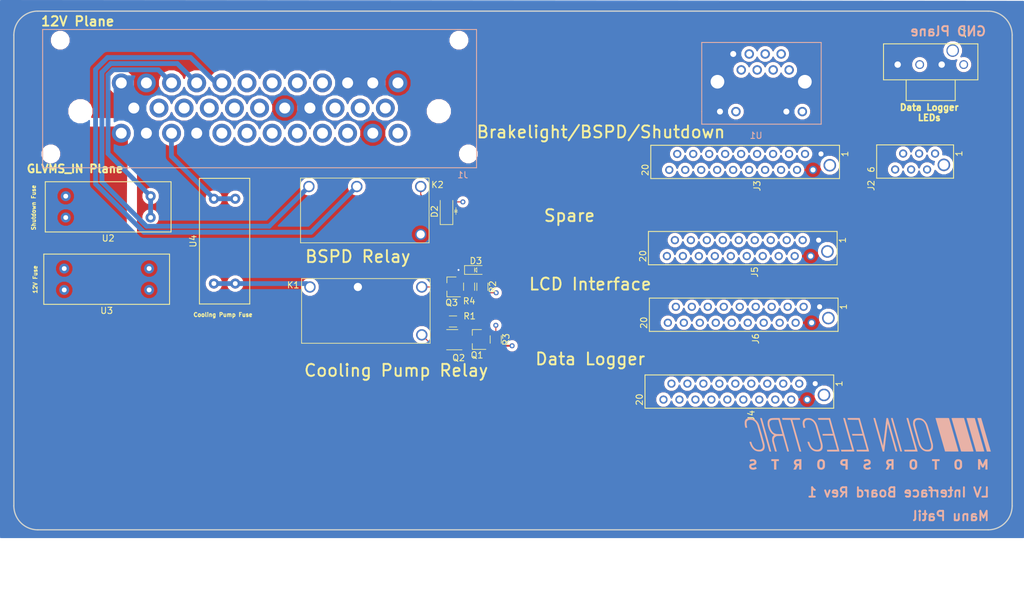
<source format=kicad_pcb>
(kicad_pcb (version 20171130) (host pcbnew 5.0.0-fee4fd1~66~ubuntu18.04.1)
  (layers (0 F.Cu signal) (1 In1.Cu signal) (2 In2.Cu signal) (31 B.Cu signal) (34 B.Paste user) (35 F.Paste user) (36 B.SilkS user) (37 F.SilkS user) (38 B.Mask user) (39 F.Mask user) (44 Edge.Cuts user))
  (net 0 "")
  (net 1 /12V)
  (net 2 "/BSPD Relay")
  (net 3 "Net-(D3-Pad2)")
  (net 4 GND)
  (net 5 "/Brake Pressure Sense")
  (net 6 "/BSPD Current Sense")
  (net 7 "/Cooling Pressure Sense")
  (net 8 /5V)
  (net 9 "/Brake Pressure -")
  (net 10 "/CAN low")
  (net 11 "/CAN high")
  (net 12 "/BSPD Switch +")
  (net 13 "/Cooling Pump")
  (net 14 "/TSMS -> Final Shutdown")
  (net 15 "/Estop -> BSPD")
  (net 16 "/BSPD -> IS")
  (net 17 "/Fuse -> Estop")
  (net 18 /GLVMS_IN)
  (net 19 "/Brake Pressure +")
  (net 20 "/Brakelight LSD")
  (net 21 "/Brake Switch -")
  (net 22 "/Brake Switch +")
  (net 23 /MISO)
  (net 24 /MOSI)
  (net 25 /SCK)
  (net 26 /RESET)
  (net 27 "/Cooling Pump LSD")
  (net 28 "/RJ45 LED1")
  (net 29 "/RJ45 LED2")
  (net 30 "Net-(J4-Pad20)")
  (net 31 "Net-(J4-Pad19)")
  (net 32 "Net-(J4-Pad18)")
  (net 33 "Net-(J4-Pad17)")
  (net 34 "Net-(J4-Pad16)")
  (net 35 "Net-(J4-Pad15)")
  (net 36 "Net-(J4-Pad14)")
  (net 37 "Net-(J4-Pad13)")
  (net 38 "Net-(J4-Pad12)")
  (net 39 "Net-(J4-Pad11)")
  (net 40 "Net-(J4-Pad10)")
  (net 41 "Net-(J4-Pad9)")
  (net 42 "Net-(J4-Pad8)")
  (net 43 "/LED 2")
  (net 44 "Net-(J4-Pad7)")
  (net 45 "/LED 1")
  (net 46 "Net-(J5-Pad5)")
  (net 47 "Net-(J5-Pad7)")
  (net 48 "Net-(J5-Pad6)")
  (net 49 "Net-(J5-Pad8)")
  (net 50 "Net-(J5-Pad9)")
  (net 51 "Net-(J5-Pad10)")
  (net 52 "Net-(J5-Pad11)")
  (net 53 "Net-(J5-Pad12)")
  (net 54 "Net-(J5-Pad13)")
  (net 55 "Net-(J5-Pad14)")
  (net 56 "Net-(J5-Pad15)")
  (net 57 "Net-(J5-Pad16)")
  (net 58 "Net-(J5-Pad17)")
  (net 59 "Net-(J5-Pad18)")
  (net 60 "Net-(J5-Pad19)")
  (net 61 "Net-(J5-Pad20)")
  (net 62 "Net-(J6-Pad20)")
  (net 63 "Net-(J6-Pad19)")
  (net 64 "Net-(J6-Pad18)")
  (net 65 "Net-(J6-Pad17)")
  (net 66 "Net-(J6-Pad16)")
  (net 67 "Net-(J6-Pad15)")
  (net 68 "Net-(J6-Pad14)")
  (net 69 "Net-(J6-Pad13)")
  (net 70 "Net-(J6-Pad12)")
  (net 71 "Net-(J6-Pad11)")
  (net 72 "Net-(J6-Pad10)")
  (net 73 "Net-(J6-Pad9)")
  (net 74 "Net-(J6-Pad8)")
  (net 75 "Net-(J6-Pad6)")
  (net 76 "Net-(J6-Pad7)")
  (net 77 "Net-(J6-Pad5)")
  (net 78 "Net-(K1-Pad5)")
  (net 79 "/Cooling Pump Relay")
  (net 80 "Net-(K1-Pad1)")
  (net 81 "Net-(Q1-Pad3)")
  (module footprints:micromatch_female_vert_20 (layer F.Cu) (at 143.05996 39.59438 270)
    (fp_text reference J3 (at 5.08 5.08 270) (layer F.SilkS))
    (fp_text value MM_F_VT_20 hide)
    (fp_text user 20 (at 2.54 22.86 270) (layer F.SilkS))
    (fp_text user 1 (at 0 -8.89 270) (layer F.SilkS))
    (pad 5 thru_hole circle (at 0 0 270) (size 1.3 1.3) (drill 0.8) (layers *.Cu *.Mask) (net 21 "/Brake Switch -"))
    (pad 3 thru_hole circle (at 0 -2.54 270) (size 1.3 1.3) (drill 0.8) (layers *.Cu *.Mask) (net 2 "/BSPD Relay"))
    (pad 1 thru_hole circle (at 0 -5.08 270) (size 1.3 1.3) (drill 0.8) (layers *.Cu *.Mask) (net 4 GND))
    (pad 7 thru_hole circle (at 0 2.54 270) (size 1.3 1.3) (drill 0.8) (layers *.Cu *.Mask) (net 10 "/CAN low"))
    (pad 2 thru_hole circle (at 2.54 -3.81 270) (size 1.3 1.3) (drill 0.8) (layers *.Cu *.Mask) (net 1 /12V))
    (pad 4 thru_hole circle (at 2.54 -1.27 270) (size 1.3 1.3) (drill 0.8) (layers *.Cu *.Mask) (net 22 "/Brake Switch +"))
    (pad 6 thru_hole circle (at 2.54 1.27 270) (size 1.3 1.3) (drill 0.8) (layers *.Cu *.Mask) (net 11 "/CAN high"))
    (pad 8 thru_hole circle (at 2.54 3.81 270) (size 1.3 1.3) (drill 0.8) (layers *.Cu *.Mask) (net 8 /5V))
    (pad 9 thru_hole circle (at 0 5.08 270) (size 1.3 1.3) (drill 0.8) (layers *.Cu *.Mask) (net 23 /MISO))
    (pad 10 thru_hole circle (at 2.54 6.35 270) (size 1.3 1.3) (drill 0.8) (layers *.Cu *.Mask) (net 24 /MOSI))
    (pad 11 thru_hole circle (at 0 7.62 270) (size 1.3 1.3) (drill 0.8) (layers *.Cu *.Mask) (net 25 /SCK))
    (pad 12 thru_hole circle (at 2.54 8.89 270) (size 1.3 1.3) (drill 0.8) (layers *.Cu *.Mask) (net 26 /RESET))
    (pad 13 thru_hole circle (at 0 10.16 270) (size 1.3 1.3) (drill 0.8) (layers *.Cu *.Mask) (net 27 "/Cooling Pump LSD"))
    (pad 14 thru_hole circle (at 2.54 11.43 270) (size 1.3 1.3) (drill 0.8) (layers *.Cu *.Mask) (net 20 "/Brakelight LSD"))
    (pad 15 thru_hole circle (at 0 12.7 270) (size 1.3 1.3) (drill 0.8) (layers *.Cu *.Mask) (net 19 "/Brake Pressure +"))
    (pad 16 thru_hole circle (at 2.54 13.97 270) (size 1.3 1.3) (drill 0.8) (layers *.Cu *.Mask) (net 5 "/Brake Pressure Sense"))
    (pad 17 thru_hole circle (at 0 15.24 270) (size 1.3 1.3) (drill 0.8) (layers *.Cu *.Mask) (net 9 "/Brake Pressure -"))
    (pad 18 thru_hole circle (at 2.54 16.51 270) (size 1.3 1.3) (drill 0.8) (layers *.Cu *.Mask) (net 12 "/BSPD Switch +"))
    (pad 19 thru_hole circle (at 0 17.78 270) (size 1.3 1.3) (drill 0.8) (layers *.Cu *.Mask) (net 28 "/RJ45 LED1"))
    (pad 20 thru_hole circle (at 2.54 19.05 270) (size 1.3 1.3) (drill 0.8) (layers *.Cu *.Mask) (net 29 "/RJ45 LED2"))
    (pad 21 thru_hole circle (at 1.8 -6.48 270) (size 2 2) (drill 1.5) (layers *.Cu *.Mask))
  )
  (module footprints:Ampseal_35 (layer B.Cu) (at 87.3633 32.7914 180)
    (fp_text reference J1 (at -3.81 -10.16 180) (layer B.SilkS) (effects (justify mirror)))
    (fp_text value Ampseal_35_VT)
    (pad 12 thru_hole circle (at 50.5 4.5 180) (size 3 3) (drill 1.75) (layers *.Cu *.Mask) (net 4 GND))
    (pad 23 thru_hole circle (at 48.5 0.5 180) (size 3 3) (drill 1.75) (layers *.Cu *.Mask) (net 4 GND))
    (pad 35 thru_hole circle (at 50.5 -3.5 180) (size 3 3) (drill 1.75) (layers *.Cu *.Mask) (net 18 /GLVMS_IN))
    (pad 11 thru_hole circle (at 46.5 4.5 180) (size 3 3) (drill 1.75) (layers *.Cu *.Mask) (net 1 /12V))
    (pad 22 thru_hole circle (at 44.5 0.5 180) (size 3 3) (drill 1.75) (layers *.Cu *.Mask) (net 10 "/CAN low"))
    (pad 34 thru_hole circle (at 46.5 -3.5 180) (size 3 3) (drill 1.75) (layers *.Cu *.Mask) (net 4 GND))
    (pad 10 thru_hole circle (at 42.5 4.5 180) (size 3 3) (drill 1.75) (layers *.Cu *.Mask) (net 17 "/Fuse -> Estop"))
    (pad 21 thru_hole circle (at 40.5 0.5 180) (size 3 3) (drill 1.75) (layers *.Cu *.Mask) (net 11 "/CAN high"))
    (pad 33 thru_hole circle (at 42.5 -3.5 180) (size 3 3) (drill 1.75) (layers *.Cu *.Mask) (net 13 "/Cooling Pump"))
    (pad 9 thru_hole circle (at 38.5 4.5 180) (size 3 3) (drill 1.75) (layers *.Cu *.Mask) (net 15 "/Estop -> BSPD"))
    (pad 32 thru_hole circle (at 38.5 -3.5 180) (size 3 3) (drill 1.75) (layers *.Cu *.Mask) (net 4 GND))
    (pad 20 thru_hole circle (at 36.5 0.5 180) (size 3 3) (drill 1.75) (layers *.Cu *.Mask) (net 12 "/BSPD Switch +"))
    (pad 8 thru_hole circle (at 34.5 4.5 180) (size 3 3) (drill 1.75) (layers *.Cu *.Mask) (net 16 "/BSPD -> IS"))
    (pad "" np_thru_hole circle (at 0 0 180) (size 2.85 2.85) (drill 2.85) (layers *.Cu *.Mask))
    (pad 1 thru_hole circle (at 6.5 4.5 180) (size 3 3) (drill 1.75) (layers *.Cu *.Mask) (net 1 /12V))
    (pad 13 thru_hole circle (at 8.5 0.5 180) (size 3 3) (drill 1.75) (layers *.Cu *.Mask) (net 22 "/Brake Switch +"))
    (pad 24 thru_hole circle (at 6.5 -3.5 180) (size 3 3) (drill 1.75) (layers *.Cu *.Mask) (net 21 "/Brake Switch -"))
    (pad 2 thru_hole circle (at 10.5 4.5 180) (size 3 3) (drill 1.75) (layers *.Cu *.Mask) (net 4 GND))
    (pad 3 thru_hole circle (at 14.5 4.5 180) (size 3 3) (drill 1.75) (layers *.Cu *.Mask) (net 4 GND))
    (pad 5 thru_hole circle (at 22.5 4.5 180) (size 3 3) (drill 1.75) (layers *.Cu *.Mask) (net 10 "/CAN low"))
    (pad 4 thru_hole circle (at 18.5 4.5 180) (size 3 3) (drill 1.75) (layers *.Cu *.Mask) (net 11 "/CAN high"))
    (pad 6 thru_hole circle (at 26.5 4.5 180) (size 3 3) (drill 1.75) (layers *.Cu *.Mask) (net 14 "/TSMS -> Final Shutdown"))
    (pad 7 thru_hole circle (at 30.5 4.5 180) (size 3 3) (drill 1.75) (layers *.Cu *.Mask) (net 14 "/TSMS -> Final Shutdown"))
    (pad 19 thru_hole circle (at 32.5 0.5 180) (size 3 3) (drill 1.75) (layers *.Cu *.Mask) (net 8 /5V))
    (pad 18 thru_hole circle (at 28.5 0.5 180) (size 3 3) (drill 1.75) (layers *.Cu *.Mask) (net 6 "/BSPD Current Sense"))
    (pad 16 thru_hole circle (at 20.5 0.5 180) (size 3 3) (drill 1.75) (layers *.Cu *.Mask) (net 4 GND))
    (pad 17 thru_hole circle (at 24.5 0.5 180) (size 3 3) (drill 1.75) (layers *.Cu *.Mask) (net 1 /12V))
    (pad 15 thru_hole circle (at 16.5 0.5 180) (size 3 3) (drill 1.75) (layers *.Cu *.Mask) (net 10 "/CAN low"))
    (pad 14 thru_hole circle (at 12.5 0.5 180) (size 3 3) (drill 1.75) (layers *.Cu *.Mask) (net 11 "/CAN high"))
    (pad 30 thru_hole circle (at 30.5 -3.5 180) (size 3 3) (drill 1.75) (layers *.Cu *.Mask) (net 8 /5V))
    (pad 29 thru_hole circle (at 26.5 -3.5 180) (size 3 3) (drill 1.75) (layers *.Cu *.Mask) (net 9 "/Brake Pressure -"))
    (pad 28 thru_hole circle (at 22.5 -3.5 180) (size 3 3) (drill 1.75) (layers *.Cu *.Mask) (net 5 "/Brake Pressure Sense"))
    (pad 27 thru_hole circle (at 18.5 -3.5 180) (size 3 3) (drill 1.75) (layers *.Cu *.Mask) (net 19 "/Brake Pressure +"))
    (pad 26 thru_hole circle (at 14.5 -3.5 180) (size 3 3) (drill 1.75) (layers *.Cu *.Mask) (net 20 "/Brakelight LSD"))
    (pad 25 thru_hole circle (at 10.5 -3.5 180) (size 3 3) (drill 1.75) (layers *.Cu *.Mask) (net 1 /12V))
    (pad 31 thru_hole circle (at 34.5 -3.5 180) (size 3 3) (drill 1.75) (layers *.Cu *.Mask) (net 7 "/Cooling Pressure Sense"))
    (pad "" np_thru_hole circle (at -3.2 11.3 180) (size 2 2) (drill 2) (layers *.Cu *.Mask))
    (pad "" np_thru_hole circle (at 60.2 11.3 180) (size 2 2) (drill 2) (layers *.Cu *.Mask))
    (pad "" np_thru_hole circle (at -4.7 -6.8 180) (size 2 2) (drill 2) (layers *.Cu *.Mask))
    (pad "" np_thru_hole circle (at 61.7 -6.8 180) (size 2 2) (drill 2) (layers *.Cu *.Mask))
    (pad "" np_thru_hole circle (at 57 0 180) (size 2.85 2.85) (drill 2.85) (layers *.Cu *.Mask))
  )
  (module footprints:RJ45-Vertical (layer B.Cu) (at 145.1737 32.8549 180)
    (fp_text reference U1 (at 7.366 -3.81 180) (layer B.SilkS) (effects (justify mirror)))
    (fp_text value RJ45_VT)
    (pad 14 thru_hole circle (at 13.5 4.75 180) (size 2.75 2.75) (drill 2.18) (layers *.Cu *.Mask) (net 4 GND))
    (pad 13 thru_hole circle (at -0.4 4.75 180) (size 2.75 2.75) (drill 2.18) (layers *.Cu *.Mask) (net 4 GND))
    (pad 8 thru_hole circle (at 10.99 9.17 180) (size 1.5 1.5) (drill 0.95) (layers *.Cu *.Mask) (net 4 GND))
    (pad 6 thru_hole circle (at 8.45 9.17 180) (size 1.5 1.5) (drill 0.95) (layers *.Cu *.Mask B.Paste) (net 24 /MOSI))
    (pad 4 thru_hole circle (at 5.91 9.17 180) (size 1.5 1.5) (drill 0.95) (layers *.Cu *.Mask) (net 25 /SCK))
    (pad 2 thru_hole circle (at 3.37 9.17 180) (size 1.5 1.5) (drill 0.95) (layers *.Cu *.Mask) (net 11 "/CAN high"))
    (pad 7 thru_hole circle (at 9.72 6.63 180) (size 1.5 1.5) (drill 0.95) (layers *.Cu *.Mask) (net 8 /5V))
    (pad 5 thru_hole circle (at 7.18 6.63 180) (size 1.5 1.5) (drill 0.95) (layers *.Cu *.Mask) (net 23 /MISO))
    (pad 3 thru_hole circle (at 4.64 6.63 180) (size 1.5 1.5) (drill 0.95) (layers *.Cu *.Mask) (net 26 /RESET))
    (pad 1 thru_hole circle (at 2.1 6.63 180) (size 1.5 1.5) (drill 0.95) (layers *.Cu *.Mask) (net 10 "/CAN low"))
    (pad 10 thru_hole circle (at 10.56 0 180) (size 1.5 1.5) (drill 0.95) (layers *.Cu *.Mask) (net 28 "/RJ45 LED1"))
    (pad 9 thru_hole circle (at 13.1 0 180) (size 1.5 1.5) (drill 0.95) (layers *.Cu *.Mask) (net 4 GND))
    (pad 11 thru_hole circle (at 2.54 0 180) (size 1.5 1.5) (drill 0.95) (layers *.Cu *.Mask) (net 4 GND))
    (pad 12 thru_hole circle (at 0 0 180) (size 1.5 1.5) (drill 0.95) (layers *.Cu *.Mask) (net 29 "/RJ45 LED2"))
  )
  (module footprints:micromatch_female_vert_6 (layer F.Cu) (at 161.2011 39.5351 270)
    (fp_text reference J2 (at 5.08 5.08 270) (layer F.SilkS))
    (fp_text value MM_F_VT_06 hide)
    (fp_text user 6 (at 2.54 5.08 270) (layer F.SilkS))
    (fp_text user 1 (at 0 -8.89 270) (layer F.SilkS))
    (pad 5 thru_hole circle (at 0 0 270) (size 1.3 1.3) (drill 0.8) (layers *.Cu *.Mask) (net 6 "/BSPD Current Sense"))
    (pad 3 thru_hole circle (at 0 -2.54 270) (size 1.3 1.3) (drill 0.8) (layers *.Cu *.Mask) (net 16 "/BSPD -> IS"))
    (pad 1 thru_hole circle (at 0 -5.08 270) (size 1.3 1.3) (drill 0.8) (layers *.Cu *.Mask) (net 17 "/Fuse -> Estop"))
    (pad 2 thru_hole circle (at 2.54 -3.81 270) (size 1.3 1.3) (drill 0.8) (layers *.Cu *.Mask) (net 15 "/Estop -> BSPD"))
    (pad 4 thru_hole circle (at 2.54 -1.27 270) (size 1.3 1.3) (drill 0.8) (layers *.Cu *.Mask) (net 14 "/TSMS -> Final Shutdown"))
    (pad 6 thru_hole circle (at 2.54 1.27 270) (size 1.3 1.3) (drill 0.8) (layers *.Cu *.Mask) (net 7 "/Cooling Pressure Sense"))
    (pad 7 thru_hole circle (at 1.8 -6.48 270) (size 2 2) (drill 1.5) (layers *.Cu *.Mask))
  )
  (module footprints:Fuse_Block_Holder (layer F.Cu) (at 53.29428 53.47462 270)
    (fp_text reference U4 (at 0 5 270) (layer F.SilkS))
    (fp_text value Fuse_Holder_Blade)
    (pad 1 thru_hole circle (at -6.75 1.7 270) (size 1.6 1.6) (drill 0.762) (layers *.Cu *.Mask) (net 13 "/Cooling Pump"))
    (pad 1 thru_hole circle (at -6.75 -1.7) (size 1.6 1.6) (drill 0.762) (layers *.Cu *.Mask) (net 13 "/Cooling Pump"))
    (pad 2 thru_hole circle (at 6.75 -1.7 270) (size 1.6 1.6) (drill 0.762) (layers *.Cu *.Mask) (net 79 "/Cooling Pump Relay"))
    (pad 2 thru_hole circle (at 6.75 1.7 270) (size 1.6 1.6) (drill 0.762) (layers *.Cu *.Mask) (net 79 "/Cooling Pump Relay"))
  )
  (module footprints:D_SOD-123W_OEM (layer F.Cu) (at 88.58758 48.63592 90)
    (fp_text reference D2 (at -0.127 -1.905 90) (layer F.SilkS))
    (fp_text value SS110LW hide)
    (pad 1 smd rect (at -1.4 0 90) (size 1.2 1.2) (layers F.Cu F.Paste F.Mask) (net 1 /12V))
    (pad 2 smd rect (at 1.4 0 90) (size 1.2 1.2) (layers F.Cu F.Paste F.Mask) (net 2 "/BSPD Relay"))
  )
  (module footprints:LED_0805_OEM (layer F.Cu) (at 93.2561 58.06186)
    (fp_text reference D3 (at 0 -1.45) (layer F.SilkS))
    (fp_text value LED_0805 hide)
    (pad 1 smd rect (at -1.1 0 180) (size 1.2 1.2) (layers F.Cu F.Paste F.Mask) (net 4 GND))
    (pad 2 smd rect (at 1.1 0 180) (size 1.2 1.2) (layers F.Cu F.Paste F.Mask) (net 3 "Net-(D3-Pad2)"))
  )
  (module footprints:micromatch_female_vert_20 (layer F.Cu) (at 142.1384 76.1492 270)
    (fp_text reference J4 (at 5.08 5.08 270) (layer F.SilkS))
    (fp_text value MM_F_VT_20 hide)
    (fp_text user 1 (at 0 -8.89 270) (layer F.SilkS))
    (fp_text user 20 (at 2.54 22.86 270) (layer F.SilkS))
    (pad 21 thru_hole circle (at 1.8 -6.48 270) (size 2 2) (drill 1.5) (layers *.Cu *.Mask))
    (pad 20 thru_hole circle (at 2.54 19.05 270) (size 1.3 1.3) (drill 0.8) (layers *.Cu *.Mask) (net 30 "Net-(J4-Pad20)"))
    (pad 19 thru_hole circle (at 0 17.78 270) (size 1.3 1.3) (drill 0.8) (layers *.Cu *.Mask) (net 31 "Net-(J4-Pad19)"))
    (pad 18 thru_hole circle (at 2.54 16.51 270) (size 1.3 1.3) (drill 0.8) (layers *.Cu *.Mask) (net 32 "Net-(J4-Pad18)"))
    (pad 17 thru_hole circle (at 0 15.24 270) (size 1.3 1.3) (drill 0.8) (layers *.Cu *.Mask) (net 33 "Net-(J4-Pad17)"))
    (pad 16 thru_hole circle (at 2.54 13.97 270) (size 1.3 1.3) (drill 0.8) (layers *.Cu *.Mask) (net 34 "Net-(J4-Pad16)"))
    (pad 15 thru_hole circle (at 0 12.7 270) (size 1.3 1.3) (drill 0.8) (layers *.Cu *.Mask) (net 35 "Net-(J4-Pad15)"))
    (pad 14 thru_hole circle (at 2.54 11.43 270) (size 1.3 1.3) (drill 0.8) (layers *.Cu *.Mask) (net 36 "Net-(J4-Pad14)"))
    (pad 13 thru_hole circle (at 0 10.16 270) (size 1.3 1.3) (drill 0.8) (layers *.Cu *.Mask) (net 37 "Net-(J4-Pad13)"))
    (pad 12 thru_hole circle (at 2.54 8.89 270) (size 1.3 1.3) (drill 0.8) (layers *.Cu *.Mask) (net 38 "Net-(J4-Pad12)"))
    (pad 11 thru_hole circle (at 0 7.62 270) (size 1.3 1.3) (drill 0.8) (layers *.Cu *.Mask) (net 39 "Net-(J4-Pad11)"))
    (pad 10 thru_hole circle (at 2.54 6.35 270) (size 1.3 1.3) (drill 0.8) (layers *.Cu *.Mask) (net 40 "Net-(J4-Pad10)"))
    (pad 9 thru_hole circle (at 0 5.08 270) (size 1.3 1.3) (drill 0.8) (layers *.Cu *.Mask) (net 41 "Net-(J4-Pad9)"))
    (pad 8 thru_hole circle (at 2.54 3.81 270) (size 1.3 1.3) (drill 0.8) (layers *.Cu *.Mask) (net 42 "Net-(J4-Pad8)"))
    (pad 6 thru_hole circle (at 2.54 1.27 270) (size 1.3 1.3) (drill 0.8) (layers *.Cu *.Mask) (net 43 "/LED 2"))
    (pad 4 thru_hole circle (at 2.54 -1.27 270) (size 1.3 1.3) (drill 0.8) (layers *.Cu *.Mask) (net 10 "/CAN low"))
    (pad 2 thru_hole circle (at 2.54 -3.81 270) (size 1.3 1.3) (drill 0.8) (layers *.Cu *.Mask) (net 1 /12V))
    (pad 7 thru_hole circle (at 0 2.54 270) (size 1.3 1.3) (drill 0.8) (layers *.Cu *.Mask) (net 44 "Net-(J4-Pad7)"))
    (pad 1 thru_hole circle (at 0 -5.08 270) (size 1.3 1.3) (drill 0.8) (layers *.Cu *.Mask) (net 4 GND))
    (pad 3 thru_hole circle (at 0 -2.54 270) (size 1.3 1.3) (drill 0.8) (layers *.Cu *.Mask) (net 11 "/CAN high"))
    (pad 5 thru_hole circle (at 0 0 270) (size 1.3 1.3) (drill 0.8) (layers *.Cu *.Mask) (net 45 "/LED 1"))
  )
  (module footprints:micromatch_female_vert_20 (layer F.Cu) (at 142.6845 53.3146 270)
    (fp_text reference J5 (at 5.08 5.08 270) (layer F.SilkS))
    (fp_text value MM_F_VT_20 hide)
    (fp_text user 20 (at 2.54 22.86 270) (layer F.SilkS))
    (fp_text user 1 (at 0 -8.89 270) (layer F.SilkS))
    (pad 5 thru_hole circle (at 0 0 270) (size 1.3 1.3) (drill 0.8) (layers *.Cu *.Mask) (net 46 "Net-(J5-Pad5)"))
    (pad 3 thru_hole circle (at 0 -2.54 270) (size 1.3 1.3) (drill 0.8) (layers *.Cu *.Mask) (net 11 "/CAN high"))
    (pad 1 thru_hole circle (at 0 -5.08 270) (size 1.3 1.3) (drill 0.8) (layers *.Cu *.Mask) (net 4 GND))
    (pad 7 thru_hole circle (at 0 2.54 270) (size 1.3 1.3) (drill 0.8) (layers *.Cu *.Mask) (net 47 "Net-(J5-Pad7)"))
    (pad 2 thru_hole circle (at 2.54 -3.81 270) (size 1.3 1.3) (drill 0.8) (layers *.Cu *.Mask) (net 1 /12V))
    (pad 4 thru_hole circle (at 2.54 -1.27 270) (size 1.3 1.3) (drill 0.8) (layers *.Cu *.Mask) (net 10 "/CAN low"))
    (pad 6 thru_hole circle (at 2.54 1.27 270) (size 1.3 1.3) (drill 0.8) (layers *.Cu *.Mask) (net 48 "Net-(J5-Pad6)"))
    (pad 8 thru_hole circle (at 2.54 3.81 270) (size 1.3 1.3) (drill 0.8) (layers *.Cu *.Mask) (net 49 "Net-(J5-Pad8)"))
    (pad 9 thru_hole circle (at 0 5.08 270) (size 1.3 1.3) (drill 0.8) (layers *.Cu *.Mask) (net 50 "Net-(J5-Pad9)"))
    (pad 10 thru_hole circle (at 2.54 6.35 270) (size 1.3 1.3) (drill 0.8) (layers *.Cu *.Mask) (net 51 "Net-(J5-Pad10)"))
    (pad 11 thru_hole circle (at 0 7.62 270) (size 1.3 1.3) (drill 0.8) (layers *.Cu *.Mask) (net 52 "Net-(J5-Pad11)"))
    (pad 12 thru_hole circle (at 2.54 8.89 270) (size 1.3 1.3) (drill 0.8) (layers *.Cu *.Mask) (net 53 "Net-(J5-Pad12)"))
    (pad 13 thru_hole circle (at 0 10.16 270) (size 1.3 1.3) (drill 0.8) (layers *.Cu *.Mask) (net 54 "Net-(J5-Pad13)"))
    (pad 14 thru_hole circle (at 2.54 11.43 270) (size 1.3 1.3) (drill 0.8) (layers *.Cu *.Mask) (net 55 "Net-(J5-Pad14)"))
    (pad 15 thru_hole circle (at 0 12.7 270) (size 1.3 1.3) (drill 0.8) (layers *.Cu *.Mask) (net 56 "Net-(J5-Pad15)"))
    (pad 16 thru_hole circle (at 2.54 13.97 270) (size 1.3 1.3) (drill 0.8) (layers *.Cu *.Mask) (net 57 "Net-(J5-Pad16)"))
    (pad 17 thru_hole circle (at 0 15.24 270) (size 1.3 1.3) (drill 0.8) (layers *.Cu *.Mask) (net 58 "Net-(J5-Pad17)"))
    (pad 18 thru_hole circle (at 2.54 16.51 270) (size 1.3 1.3) (drill 0.8) (layers *.Cu *.Mask) (net 59 "Net-(J5-Pad18)"))
    (pad 19 thru_hole circle (at 0 17.78 270) (size 1.3 1.3) (drill 0.8) (layers *.Cu *.Mask) (net 60 "Net-(J5-Pad19)"))
    (pad 20 thru_hole circle (at 2.54 19.05 270) (size 1.3 1.3) (drill 0.8) (layers *.Cu *.Mask) (net 61 "Net-(J5-Pad20)"))
    (pad 21 thru_hole circle (at 1.8 -6.48 270) (size 2 2) (drill 1.5) (layers *.Cu *.Mask))
  )
  (module footprints:micromatch_female_vert_20 (layer F.Cu) (at 142.8369 63.9191 270)
    (fp_text reference J6 (at 5.08 5.08 270) (layer F.SilkS))
    (fp_text value MM_F_VT_20 hide)
    (fp_text user 1 (at 0 -8.89 270) (layer F.SilkS))
    (fp_text user 20 (at 2.54 22.86 270) (layer F.SilkS))
    (pad 21 thru_hole circle (at 1.8 -6.48 270) (size 2 2) (drill 1.5) (layers *.Cu *.Mask))
    (pad 20 thru_hole circle (at 2.54 19.05 270) (size 1.3 1.3) (drill 0.8) (layers *.Cu *.Mask) (net 62 "Net-(J6-Pad20)"))
    (pad 19 thru_hole circle (at 0 17.78 270) (size 1.3 1.3) (drill 0.8) (layers *.Cu *.Mask) (net 63 "Net-(J6-Pad19)"))
    (pad 18 thru_hole circle (at 2.54 16.51 270) (size 1.3 1.3) (drill 0.8) (layers *.Cu *.Mask) (net 64 "Net-(J6-Pad18)"))
    (pad 17 thru_hole circle (at 0 15.24 270) (size 1.3 1.3) (drill 0.8) (layers *.Cu *.Mask) (net 65 "Net-(J6-Pad17)"))
    (pad 16 thru_hole circle (at 2.54 13.97 270) (size 1.3 1.3) (drill 0.8) (layers *.Cu *.Mask) (net 66 "Net-(J6-Pad16)"))
    (pad 15 thru_hole circle (at 0 12.7 270) (size 1.3 1.3) (drill 0.8) (layers *.Cu *.Mask) (net 67 "Net-(J6-Pad15)"))
    (pad 14 thru_hole circle (at 2.54 11.43 270) (size 1.3 1.3) (drill 0.8) (layers *.Cu *.Mask) (net 68 "Net-(J6-Pad14)"))
    (pad 13 thru_hole circle (at 0 10.16 270) (size 1.3 1.3) (drill 0.8) (layers *.Cu *.Mask) (net 69 "Net-(J6-Pad13)"))
    (pad 12 thru_hole circle (at 2.54 8.89 270) (size 1.3 1.3) (drill 0.8) (layers *.Cu *.Mask) (net 70 "Net-(J6-Pad12)"))
    (pad 11 thru_hole circle (at 0 7.62 270) (size 1.3 1.3) (drill 0.8) (layers *.Cu *.Mask) (net 71 "Net-(J6-Pad11)"))
    (pad 10 thru_hole circle (at 2.54 6.35 270) (size 1.3 1.3) (drill 0.8) (layers *.Cu *.Mask) (net 72 "Net-(J6-Pad10)"))
    (pad 9 thru_hole circle (at 0 5.08 270) (size 1.3 1.3) (drill 0.8) (layers *.Cu *.Mask) (net 73 "Net-(J6-Pad9)"))
    (pad 8 thru_hole circle (at 2.54 3.81 270) (size 1.3 1.3) (drill 0.8) (layers *.Cu *.Mask) (net 74 "Net-(J6-Pad8)"))
    (pad 6 thru_hole circle (at 2.54 1.27 270) (size 1.3 1.3) (drill 0.8) (layers *.Cu *.Mask) (net 75 "Net-(J6-Pad6)"))
    (pad 4 thru_hole circle (at 2.54 -1.27 270) (size 1.3 1.3) (drill 0.8) (layers *.Cu *.Mask) (net 10 "/CAN low"))
    (pad 2 thru_hole circle (at 2.54 -3.81 270) (size 1.3 1.3) (drill 0.8) (layers *.Cu *.Mask) (net 1 /12V))
    (pad 7 thru_hole circle (at 0 2.54 270) (size 1.3 1.3) (drill 0.8) (layers *.Cu *.Mask) (net 76 "Net-(J6-Pad7)"))
    (pad 1 thru_hole circle (at 0 -5.08 270) (size 1.3 1.3) (drill 0.8) (layers *.Cu *.Mask) (net 4 GND))
    (pad 3 thru_hole circle (at 0 -2.54 270) (size 1.3 1.3) (drill 0.8) (layers *.Cu *.Mask) (net 11 "/CAN high"))
    (pad 5 thru_hole circle (at 0 0 270) (size 1.3 1.3) (drill 0.8) (layers *.Cu *.Mask) (net 77 "Net-(J6-Pad5)"))
  )
  (module footprints:Ultrafit_4 (layer F.Cu) (at 165.5826 25.3746 90)
    (fp_text reference J7 (at 5.08 5.08 90) (layer F.SilkS))
    (fp_text value CONN_01x04 hide)
    (pad 2 thru_hole circle (at 0 1.75 90) (size 1.397 1.397) (drill 1.02) (layers *.Cu *.Mask) (net 4 GND))
    (pad 1 thru_hole circle (at 0 5.25 90) (size 1.397 1.397) (drill 1.02) (layers *.Cu *.Mask) (net 45 "/LED 1"))
    (pad "" thru_hole circle (at 2.23 3.5 90) (size 1.981 1.981) (drill 1.6) (layers *.Cu *.Mask))
    (pad 3 thru_hole circle (at 0 -1.75 270) (size 1.397 1.397) (drill 1.02) (layers *.Cu *.Mask) (net 43 "/LED 2"))
    (pad 4 thru_hole circle (at 0 -5.25 270) (size 1.397 1.397) (drill 1.02) (layers *.Cu *.Mask) (net 4 GND))
  )
  (module footprints:Relay_SPST_OMRON-G5Q-1A4_OEM (layer F.Cu) (at 84.65312 60.7695 180)
    (fp_text reference K1 (at 20.44192 0.3048) (layer F.SilkS))
    (fp_text value G5Q-1A4-DC5-5V hide)
    (pad 1 thru_hole circle (at 0 0) (size 1.8 1.8) (drill 1.3) (layers *.Cu *.Mask) (net 80 "Net-(K1-Pad1)"))
    (pad 2 thru_hole circle (at 10.16 0) (size 1.8 1.8) (drill 1.3) (layers *.Cu *.Mask) (net 4 GND))
    (pad 3 thru_hole circle (at 17.78 0) (size 1.8 1.8) (drill 1.3) (layers *.Cu *.Mask) (net 79 "/Cooling Pump Relay"))
    (pad 5 thru_hole circle (at 0 -7.62) (size 1.8 1.8) (drill 1.3) (layers *.Cu *.Mask) (net 78 "Net-(K1-Pad5)"))
  )
  (module footprints:Relay_SPST_OMRON-G5Q-1A4_OEM (layer F.Cu) (at 84.48548 44.77766 180)
    (fp_text reference K2 (at -2.66192 0.27686) (layer F.SilkS))
    (fp_text value G5Q-1A4-DC5-5V hide)
    (pad 1 thru_hole circle (at 0 0) (size 1.8 1.8) (drill 1.3) (layers *.Cu *.Mask) (net 2 "/BSPD Relay"))
    (pad 2 thru_hole circle (at 10.16 0) (size 1.8 1.8) (drill 1.3) (layers *.Cu *.Mask) (net 16 "/BSPD -> IS"))
    (pad 3 thru_hole circle (at 17.78 0) (size 1.8 1.8) (drill 1.3) (layers *.Cu *.Mask) (net 15 "/Estop -> BSPD"))
    (pad 5 thru_hole circle (at 0 -7.62) (size 1.8 1.8) (drill 1.3) (layers *.Cu *.Mask) (net 1 /12V))
  )
  (module footprints:SOT-23F (layer F.Cu) (at 93.4466 69.12356 180)
    (fp_text reference Q1 (at 0 -2.5 180) (layer F.SilkS))
    (fp_text value SSM3K333R hide)
    (pad 3 smd rect (at 1.05 0 180) (size 0.9 0.8) (layers F.Cu F.Paste F.Mask) (net 81 "Net-(Q1-Pad3)"))
    (pad 2 smd rect (at -1.05 0.95 180) (size 0.9 0.8) (layers F.Cu F.Paste F.Mask) (net 14 "/TSMS -> Final Shutdown"))
    (pad 1 smd rect (at -1.05 -0.95 180) (size 0.9 0.8) (layers F.Cu F.Paste F.Mask) (net 8 /5V))
  )
  (module footprints:SOT-23-3_OEM (layer F.Cu) (at 90.51798 69.15912 180)
    (fp_text reference Q2 (at 0 -2.9 180) (layer F.SilkS))
    (fp_text value BSS308PE hide)
    (pad 1 smd rect (at 0 0 180) (size 0.9 0.8) (layers F.Cu F.Paste F.Mask) (net 81 "Net-(Q1-Pad3)"))
    (pad 2 smd rect (at 2 1.05 180) (size 0.9 0.8) (layers F.Cu F.Paste F.Mask) (net 1 /12V))
    (pad 3 smd rect (at 2 -1.05 180) (size 0.9 0.8) (layers F.Cu F.Paste F.Mask) (net 78 "Net-(K1-Pad5)"))
  )
  (module footprints:SOT-23F (layer F.Cu) (at 89.40546 60.75934 180)
    (fp_text reference Q3 (at 0 -2.5 180) (layer F.SilkS))
    (fp_text value SSM3K333R hide)
    (pad 1 smd rect (at -1.05 -0.95 180) (size 0.9 0.8) (layers F.Cu F.Paste F.Mask) (net 27 "/Cooling Pump LSD"))
    (pad 2 smd rect (at -1.05 0.95 180) (size 0.9 0.8) (layers F.Cu F.Paste F.Mask) (net 4 GND))
    (pad 3 smd rect (at 1.05 0 180) (size 0.9 0.8) (layers F.Cu F.Paste F.Mask) (net 80 "Net-(K1-Pad1)"))
  )
  (module footprints:R_0805_OEM (layer F.Cu) (at 89.61882 66.25844 180)
    (fp_text reference R1 (at -2.6416 0.85344) (layer F.SilkS))
    (fp_text value R_1K hide)
    (pad 2 smd rect (at 0.95 0 180) (size 0.7 1.3) (layers F.Cu F.Paste F.Mask) (net 1 /12V))
    (pad 1 smd rect (at -0.95 0 180) (size 0.7 1.3) (layers F.Cu F.Paste F.Mask) (net 81 "Net-(Q1-Pad3)"))
  )
  (module footprints:R_0805_OEM (layer F.Cu) (at 94.29242 60.73902 270)
    (fp_text reference R2 (at 0 -1.65 270) (layer F.SilkS))
    (fp_text value R_1K hide)
    (pad 1 smd rect (at -0.95 0 270) (size 0.7 1.3) (layers F.Cu F.Paste F.Mask) (net 3 "Net-(D3-Pad2)"))
    (pad 2 smd rect (at 0.95 0 270) (size 0.7 1.3) (layers F.Cu F.Paste F.Mask) (net 27 "/Cooling Pump LSD"))
  )
  (module footprints:R_0805_OEM (layer F.Cu) (at 96.41586 69.12356 270)
    (fp_text reference R3 (at 0 -1.65 270) (layer F.SilkS))
    (fp_text value R_10K hide)
    (pad 1 smd rect (at -0.95 0 270) (size 0.7 1.3) (layers F.Cu F.Paste F.Mask) (net 14 "/TSMS -> Final Shutdown"))
    (pad 2 smd rect (at 0.95 0 270) (size 0.7 1.3) (layers F.Cu F.Paste F.Mask) (net 8 /5V))
  )
  (module footprints:R_0805_OEM (layer F.Cu) (at 92.18422 60.7187 90)
    (fp_text reference R4 (at -2.29616 0.01016 180) (layer F.SilkS))
    (fp_text value R_10K hide)
    (pad 2 smd rect (at 0.95 0 90) (size 0.7 1.3) (layers F.Cu F.Paste F.Mask) (net 4 GND))
    (pad 1 smd rect (at -0.95 0 90) (size 0.7 1.3) (layers F.Cu F.Paste F.Mask) (net 27 "/Cooling Pump LSD"))
  )
  (module footprints:Fuse_Block_Holder (layer F.Cu) (at 34.7853 48.01616)
    (fp_text reference U2 (at 0 5) (layer F.SilkS))
    (fp_text value Fuse_Holder_Blade)
    (pad 1 thru_hole circle (at -6.75 1.7) (size 1.6 1.6) (drill 0.762) (layers *.Cu *.Mask) (net 18 /GLVMS_IN))
    (pad 1 thru_hole circle (at -6.75 -1.7 90) (size 1.6 1.6) (drill 0.762) (layers *.Cu *.Mask) (net 18 /GLVMS_IN))
    (pad 2 thru_hole circle (at 6.75 -1.7) (size 1.6 1.6) (drill 0.762) (layers *.Cu *.Mask) (net 17 "/Fuse -> Estop"))
    (pad 2 thru_hole circle (at 6.75 1.7) (size 1.6 1.6) (drill 0.762) (layers *.Cu *.Mask) (net 17 "/Fuse -> Estop"))
  )
  (module footprints:Fuse_Block_Holder (layer F.Cu) (at 34.544 59.53506)
    (fp_text reference U3 (at 0 5) (layer F.SilkS))
    (fp_text value Fuse_Holder_Blade)
    (pad 2 thru_hole circle (at 6.75 1.7) (size 1.6 1.6) (drill 0.762) (layers *.Cu *.Mask) (net 1 /12V))
    (pad 2 thru_hole circle (at 6.75 -1.7) (size 1.6 1.6) (drill 0.762) (layers *.Cu *.Mask) (net 1 /12V))
    (pad 1 thru_hole circle (at -6.75 -1.7 90) (size 1.6 1.6) (drill 0.762) (layers *.Cu *.Mask) (net 18 /GLVMS_IN))
    (pad 1 thru_hole circle (at -6.75 1.7) (size 1.6 1.6) (drill 0.762) (layers *.Cu *.Mask) (net 18 /GLVMS_IN))
  )
  (module footprints:Logo_Large (layer B.Cu) (at 155.5877 85.7377 180)
    (fp_text reference G*** hide)
    (fp_text value LOGO hide)
  )
  (gr_text "Data Logger\nLEDs\n" (at 165.354 33.0073) (layer F.SilkS) (effects (font (size 1.016 1.016) (thickness 0.254))))
  (gr_text "Manu Patil" (at 168.7703 97.2185) (layer B.SilkS) (effects (font (size 1.5 1.5) (thickness 0.3)) (justify mirror)))
  (gr_text "LV Interface Board Rev 1\n\n" (at 160.4391 94.6658) (layer B.SilkS) (effects (font (size 1.5 1.5) (thickness 0.3)) (justify mirror)))
  (gr_text "GND Plane\n" (at 168.3512 20.0787) (layer B.SilkS) (effects (font (size 1.5 1.5) (thickness 0.3)) (justify mirror)))
  (gr_text "12V Plane\n" (at 29.9339 18.4912) (layer F.SilkS) (effects (font (size 1.5 1.5) (thickness 0.3))))
  (gr_text "GLVMS_IN Plane" (at 29.5021 41.9608) (layer F.SilkS) (effects (font (size 1.27 1.27) (thickness 0.3))))
  (gr_text "Cooling Pump Fuse" (at 53.0352 65.1891) (layer F.SilkS) (effects (font (size 0.635 0.635) (thickness 0.15875))))
  (gr_text "Shutdown Fuse" (at 22.9362 48.133 90) (layer F.SilkS) (effects (font (size 0.635 0.635) (thickness 0.15875))))
  (gr_text "12V Fuse" (at 23.1902 59.5757 90) (layer F.SilkS) (effects (font (size 0.635 0.635) (thickness 0.15875))))
  (gr_text "Cooling Pump Relay\n" (at 80.5815 74.0537) (layer F.SilkS) (effects (font (size 1.905 1.905) (thickness 0.3))))
  (gr_text "BSPD Relay" (at 74.4855 55.9308) (layer F.SilkS) (effects (font (size 1.905 1.905) (thickness 0.3))))
  (gr_text "Data Logger" (at 111.4425 72.2249) (layer F.SilkS) (effects (font (size 1.905 1.905) (thickness 0.3))))
  (gr_text "LCD Interface" (at 111.4425 60.3123) (layer F.SilkS) (effects (font (size 1.905 1.905) (thickness 0.3))))
  (gr_text Spare (at 108.1405 49.4157) (layer F.SilkS) (effects (font (size 1.905 1.905) (thickness 0.3))))
  (gr_text Brakelight/BSPD/Shutdown (at 113.1443 36.1061) (layer F.SilkS) (effects (font (size 1.905 1.905) (thickness 0.3))))
  (gr_line (start 19.7866 20.6756) (end 19.7866 95.6056) (layer Edge.Cuts) (width 0.2))
  (gr_arc (start 174.7266 20.6756) (end 178.5366 20.6756) (angle -90) (layer Edge.Cuts) (width 0.2))
  (gr_line (start 23.5966 99.4156) (end 174.7266 99.4156) (layer Edge.Cuts) (width 0.2))
  (gr_arc (start 174.7266 95.6056) (end 174.7266 99.4156) (angle -90) (layer Edge.Cuts) (width 0.2))
  (gr_arc (start 23.5966 20.6756) (end 23.5966 16.8656) (angle -90) (layer Edge.Cuts) (width 0.2))
  (gr_line (start 178.5366 95.6056) (end 178.5366 20.6756) (layer Edge.Cuts) (width 0.2))
  (gr_line (start 174.7266 16.8656) (end 23.5966 16.8656) (layer Edge.Cuts) (width 0.2))
  (gr_arc (start 23.5966 95.6056) (end 19.7866 95.6056) (angle -90) (layer Edge.Cuts) (width 0.2))
  (segment (start 85.670948 47.23592) (end 87.83518 47.23592) (width 0.1524) (layer F.Cu) (net 2))
  (segment (start 84.48548 46.050452) (end 85.670948 47.23592) (width 0.1524) (layer F.Cu) (net 2))
  (segment (start 87.83518 47.23592) (end 88.58758 47.23592) (width 0.1524) (layer F.Cu) (net 2))
  (segment (start 84.48548 44.77766) (end 84.48548 46.050452) (width 0.1524) (layer F.Cu) (net 2))
  (via (at 91.19108 47.2313) (size 0.8) (drill 0.4) (layers F.Cu B.Cu) (net 2))
  (segment (start 88.5922 47.2313) (end 88.58758 47.23592) (width 0.1524) (layer F.Cu) (net 2))
  (segment (start 91.19108 47.2313) (end 88.5922 47.2313) (width 0.1524) (layer F.Cu) (net 2))
  (segment (start 94.3561 59.72534) (end 94.29242 59.78902) (width 0.1524) (layer F.Cu) (net 3))
  (segment (start 94.3561 58.06186) (end 94.3561 59.72534) (width 0.1524) (layer F.Cu) (net 3))
  (segment (start 92.1561 58.06186) (end 90.5002 58.06186) (width 0.1524) (layer F.Cu) (net 4))
  (segment (start 90.5002 58.06186) (end 90.47734 58.039) (width 0.1524) (layer F.Cu) (net 4))
  (segment (start 92.1561 59.74058) (end 92.18422 59.7687) (width 0.1524) (layer F.Cu) (net 4))
  (segment (start 92.1561 58.06186) (end 92.1561 59.74058) (width 0.1524) (layer F.Cu) (net 4))
  (segment (start 90.4961 59.7687) (end 90.45546 59.80934) (width 0.1524) (layer F.Cu) (net 4))
  (segment (start 92.18422 59.7687) (end 90.4961 59.7687) (width 0.1524) (layer F.Cu) (net 4))
  (segment (start 90.45546 58.06088) (end 90.47734 58.039) (width 0.1524) (layer F.Cu) (net 4))
  (segment (start 90.45546 59.80934) (end 90.45546 58.06088) (width 0.1524) (layer F.Cu) (net 4))
  (segment (start 90.5002 58.06186) (end 90.5002 58.06186) (width 0.1524) (layer F.Cu) (net 4))
  (via (at 90.5002 58.06186) (size 0.6096) (drill 0.3048) (layers F.Cu B.Cu) (net 4))
  (segment (start 94.4966 70.07356) (end 96.41586 70.07356) (width 0.254) (layer F.Cu) (net 8))
  (via (at 99.01682 70.13194) (size 0.8) (drill 0.4) (layers F.Cu B.Cu) (net 8))
  (segment (start 96.47424 70.13194) (end 96.41586 70.07356) (width 0.254) (layer F.Cu) (net 8))
  (segment (start 99.01682 70.13194) (end 96.47424 70.13194) (width 0.254) (layer F.Cu) (net 8))
  (segment (start 44.8427 39.97304) (end 51.59428 46.72462) (width 0.762) (layer B.Cu) (net 13))
  (segment (start 44.8427 36.2829) (end 44.8427 39.97304) (width 0.762) (layer B.Cu) (net 13))
  (segment (start 51.59428 46.72462) (end 54.99428 46.72462) (width 0.762) (layer B.Cu) (net 13))
  (segment (start 95.099 68.17356) (end 96.41586 68.17356) (width 0.1524) (layer F.Cu) (net 14))
  (segment (start 94.4966 68.17356) (end 95.099 68.17356) (width 0.1524) (layer F.Cu) (net 14))
  (via (at 96.4311 66.8655) (size 0.8) (drill 0.4) (layers F.Cu B.Cu) (net 14))
  (segment (start 96.4311 68.15832) (end 96.41586 68.17356) (width 0.1524) (layer F.Cu) (net 14))
  (segment (start 96.4311 66.8655) (end 96.4311 68.15832) (width 0.1524) (layer F.Cu) (net 14))
  (segment (start 48.8427 28.2829) (end 48.8427 27.310945) (width 0.762) (layer F.Cu) (net 15))
  (segment (start 48.8427 28.2829) (end 45.7693 25.2095) (width 0.762) (layer B.Cu) (net 15))
  (segment (start 35.190114 25.2095) (end 33.7947 26.604914) (width 0.762) (layer B.Cu) (net 15))
  (segment (start 45.7693 25.2095) (end 35.190114 25.2095) (width 0.762) (layer B.Cu) (net 15))
  (segment (start 60.385979 51.097161) (end 65.805481 45.677659) (width 0.762) (layer B.Cu) (net 15))
  (segment (start 40.872419 51.097161) (end 60.385979 51.097161) (width 0.762) (layer B.Cu) (net 15))
  (segment (start 33.7947 44.019442) (end 40.872419 51.097161) (width 0.762) (layer B.Cu) (net 15))
  (segment (start 65.805481 45.677659) (end 66.70548 44.77766) (width 0.762) (layer B.Cu) (net 15))
  (segment (start 33.7947 26.604914) (end 33.7947 44.019442) (width 0.762) (layer B.Cu) (net 15))
  (segment (start 47.887172 24.24749) (end 34.68051 24.24749) (width 0.762) (layer B.Cu) (net 16))
  (segment (start 52.8427 28.2829) (end 51.922582 28.2829) (width 0.762) (layer B.Cu) (net 16))
  (segment (start 51.922582 28.2829) (end 47.887172 24.24749) (width 0.762) (layer B.Cu) (net 16))
  (segment (start 34.68051 24.24749) (end 32.7787 26.1493) (width 0.762) (layer B.Cu) (net 16))
  (segment (start 32.7787 26.1493) (end 32.778701 44.363929) (width 0.762) (layer B.Cu) (net 16))
  (segment (start 73.425481 45.677659) (end 74.32548 44.77766) (width 0.762) (layer B.Cu) (net 16))
  (segment (start 67.043969 52.059171) (end 73.425481 45.677659) (width 0.762) (layer B.Cu) (net 16))
  (segment (start 40.473943 52.059171) (end 67.043969 52.059171) (width 0.762) (layer B.Cu) (net 16))
  (segment (start 32.778701 44.363929) (end 40.473943 52.059171) (width 0.762) (layer B.Cu) (net 16))
  (segment (start 41.5353 46.31616) (end 41.5353 49.71616) (width 0.762) (layer B.Cu) (net 17))
  (segment (start 34.761699 39.542559) (end 41.5353 46.31616) (width 0.762) (layer B.Cu) (net 17))
  (segment (start 34.761699 26.998401) (end 34.761699 39.542559) (width 0.762) (layer B.Cu) (net 17))
  (segment (start 35.558201 26.201899) (end 34.761699 26.998401) (width 0.762) (layer B.Cu) (net 17))
  (segment (start 44.8427 28.2829) (end 42.761699 26.201899) (width 0.762) (layer B.Cu) (net 17))
  (segment (start 42.761699 26.201899) (end 35.558201 26.201899) (width 0.762) (layer B.Cu) (net 17))
  (segment (start 92.14358 61.70934) (end 92.18422 61.6687) (width 0.1524) (layer F.Cu) (net 27))
  (segment (start 90.45546 61.70934) (end 92.14358 61.70934) (width 0.1524) (layer F.Cu) (net 27))
  (segment (start 94.2721 61.6687) (end 94.29242 61.68902) (width 0.1524) (layer F.Cu) (net 27))
  (segment (start 92.18422 61.6687) (end 94.2721 61.6687) (width 0.1524) (layer F.Cu) (net 27))
  (via (at 96.4819 61.69406) (size 0.8) (drill 0.4) (layers F.Cu B.Cu) (net 27))
  (segment (start 94.29746 61.69406) (end 94.29242 61.68902) (width 0.1524) (layer F.Cu) (net 27))
  (segment (start 96.4819 61.69406) (end 94.29746 61.69406) (width 0.1524) (layer F.Cu) (net 27))
  (segment (start 87.92054 70.20912) (end 88.51798 70.20912) (width 0.1524) (layer F.Cu) (net 78))
  (segment (start 86.47274 70.20912) (end 88.51798 70.20912) (width 0.1524) (layer F.Cu) (net 78))
  (segment (start 84.65312 68.3895) (end 86.47274 70.20912) (width 0.1524) (layer F.Cu) (net 78))
  (segment (start 51.59428 60.22462) (end 54.99428 60.22462) (width 0.762) (layer B.Cu) (net 79))
  (segment (start 66.32824 60.22462) (end 66.87312 60.7695) (width 0.762) (layer B.Cu) (net 79))
  (segment (start 54.99428 60.22462) (end 66.32824 60.22462) (width 0.762) (layer B.Cu) (net 79))
  (segment (start 84.71408 60.70854) (end 84.65312 60.7695) (width 0.1524) (layer F.Cu) (net 80))
  (segment (start 88.3453 60.7695) (end 88.35546 60.75934) (width 0.1524) (layer F.Cu) (net 80))
  (segment (start 84.65312 60.7695) (end 88.3453 60.7695) (width 0.1524) (layer F.Cu) (net 80))
  (segment (start 92.36104 69.15912) (end 92.3966 69.12356) (width 0.1524) (layer F.Cu) (net 81))
  (segment (start 90.51798 69.15912) (end 92.36104 69.15912) (width 0.1524) (layer F.Cu) (net 81))
  (segment (start 90.56882 69.10828) (end 90.51798 69.15912) (width 0.1524) (layer F.Cu) (net 81))
  (segment (start 90.56882 66.25844) (end 90.56882 69.10828) (width 0.1524) (layer F.Cu) (net 81))
  (zone (net 18) (net_name /GLVMS_IN) (layer F.Cu) (connect_pads yes (clearance 0.508)) (min_thickness 0.254) (fill yes (arc_segments 16) (thermal_gap 0.508) (thermal_bridge_width 0.508))
    (polygon (pts (xy 37.90442 35.21964) (xy 21.92274 35.2933) (xy 21.6789 62.5602) (xy 37.6555 62.8015) (xy 37.7825 44.1452) (xy 37.9222 39.243)))
  )
  (zone (net 4) (net_name GND) (layer B.Cu) (connect_pads yes (clearance 0.508)) (min_thickness 0.254) (fill yes (arc_segments 16) (thermal_gap 0.508) (thermal_bridge_width 0.508))
    (polygon (pts (xy 17.58188 15.09522) (xy 17.58188 100.73386) (xy 180.43398 100.73386) (xy 180.43398 15.2273)))
  )
  (zone (net 1) (net_name /12V) (layer F.Cu) (connect_pads yes (clearance 0.508)) (min_thickness 0.254) (fill yes (arc_segments 16) (thermal_gap 0.508) (thermal_bridge_width 0.508))
    (polygon (pts (xy 18.7071 15.41018) (xy 18.3896 33.76422) (xy 39.36492 33.9217) (xy 39.36492 64.43472) (xy 18.62836 64.43472) (xy 18.62836 100.18776) (xy 178.41722 100.18776) (xy 178.41722 16.80718) (xy 178.09718 16.48714) (xy 178.41722 16.7259)))
  )
)
</source>
